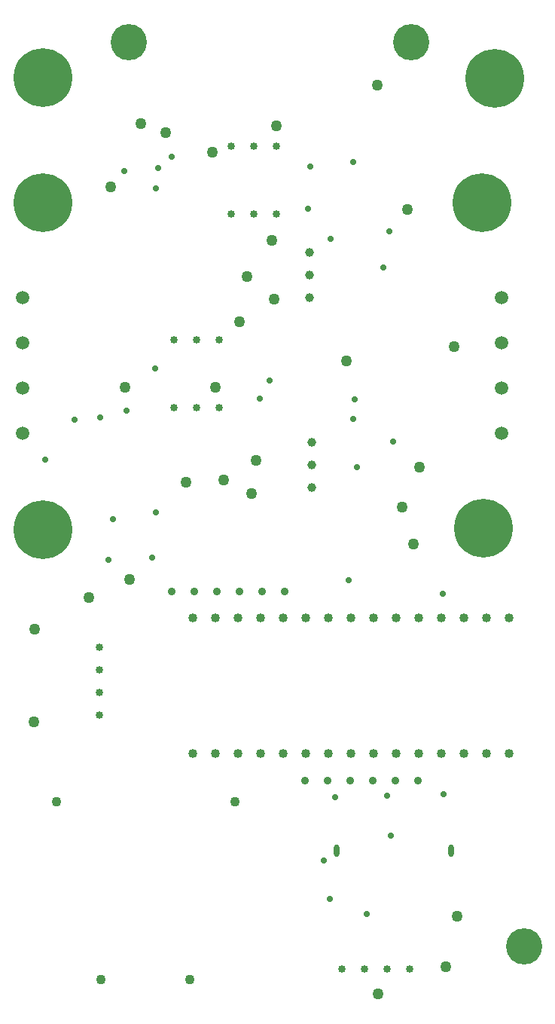
<source format=gbr>
%TF.GenerationSoftware,Altium Limited,Altium Designer,23.4.1 (23)*%
G04 Layer_Color=0*
%FSLAX26Y26*%
%MOIN*%
%TF.SameCoordinates,99C6BA0F-0D9B-4297-A223-D59900673BD4*%
%TF.FilePolarity,Positive*%
%TF.FileFunction,Plated,1,4,PTH,Drill*%
%TF.Part,Single*%
G01*
G75*
%TA.AperFunction,ComponentDrill*%
%ADD71C,0.050000*%
%ADD72C,0.050000*%
%ADD73C,0.059055*%
%TA.AperFunction,OtherDrill,Pad Free-3 (6100mil,3900mil)*%
%ADD74C,0.160000*%
%TA.AperFunction,OtherDrill,Pad Free-3 (5600mil,7900mil)*%
%ADD75C,0.160000*%
%TA.AperFunction,OtherDrill,Pad Free-3 (4350mil,7900mil)*%
%ADD76C,0.160000*%
%TA.AperFunction,ComponentDrill*%
%ADD77C,0.040000*%
%ADD78C,0.259842*%
%ADD79C,0.033465*%
%ADD80O,0.023622X0.055118*%
%ADD81C,0.033465*%
%ADD82C,0.035433*%
%ADD83C,0.043307*%
%ADD84C,0.039370*%
%TA.AperFunction,ViaDrill,NotFilled*%
%ADD85C,0.028000*%
D71*
X4770000Y5965000D02*
D03*
X3935000Y5305000D02*
D03*
X4175000Y5445000D02*
D03*
X5455000Y3690000D02*
D03*
X4895000Y5905000D02*
D03*
X5805000Y4035000D02*
D03*
X4735000Y6375000D02*
D03*
X5755000Y3810000D02*
D03*
X5450000Y7710000D02*
D03*
X5790000Y6555000D02*
D03*
X5560000Y5845000D02*
D03*
X4995000Y6765000D02*
D03*
X5005000Y7530000D02*
D03*
X4985000Y7025000D02*
D03*
X4840000Y6665000D02*
D03*
D72*
X4915000Y6050000D02*
D03*
X4335000Y6375000D02*
D03*
X4605000Y5955000D02*
D03*
X4405000Y7540000D02*
D03*
X5610000Y5680000D02*
D03*
X3930000Y4895000D02*
D03*
X4515000Y7500000D02*
D03*
X4875000Y6865000D02*
D03*
X4720000Y7415000D02*
D03*
X5315000Y6490000D02*
D03*
X4270000Y7260000D02*
D03*
X5585000Y7160000D02*
D03*
X5637695Y6020000D02*
D03*
X4355000Y5525000D02*
D03*
D73*
X3880000Y6770000D02*
D03*
Y6170000D02*
D03*
Y6570000D02*
D03*
Y6370000D02*
D03*
X6000000D02*
D03*
Y6570000D02*
D03*
Y6770000D02*
D03*
Y6170000D02*
D03*
D74*
X6100000Y3900000D02*
D03*
D75*
X5600000Y7900000D02*
D03*
D76*
X4350000D02*
D03*
D77*
X4736221Y4755000D02*
D03*
X4836221D02*
D03*
X5236221D02*
D03*
X5536221D02*
D03*
X5636221D02*
D03*
X5736221D02*
D03*
X5836221D02*
D03*
X6036221Y5355000D02*
D03*
X5936221D02*
D03*
X5836221D02*
D03*
X5436221D02*
D03*
X5336221D02*
D03*
X5236221D02*
D03*
X5036221D02*
D03*
X4636221D02*
D03*
X4736221D02*
D03*
X5636221D02*
D03*
X5536221D02*
D03*
X4636221Y4755000D02*
D03*
X4836221Y5355000D02*
D03*
X4936221D02*
D03*
X5136221D02*
D03*
X4936221Y4755000D02*
D03*
X5036221D02*
D03*
X5336221D02*
D03*
X5436221D02*
D03*
X5136221D02*
D03*
X6036221D02*
D03*
X5936221D02*
D03*
X5736221Y5355000D02*
D03*
D78*
X3970000Y5745000D02*
D03*
Y7190000D02*
D03*
X5970000Y7740000D02*
D03*
X3970000Y7745000D02*
D03*
X5915000Y7190000D02*
D03*
X5920000Y5750000D02*
D03*
D79*
X4550000Y6585000D02*
D03*
X4650000Y6285000D02*
D03*
X4750000D02*
D03*
Y6585000D02*
D03*
X4550000Y6285000D02*
D03*
X4650000Y6585000D02*
D03*
X4220748Y4923425D02*
D03*
Y5123425D02*
D03*
X4905000Y7440000D02*
D03*
X4220748Y5223425D02*
D03*
Y5023425D02*
D03*
X4805000Y7140000D02*
D03*
X5005000Y7440000D02*
D03*
Y7140000D02*
D03*
X4805000Y7440000D02*
D03*
X4905000Y7140000D02*
D03*
D80*
X5776969Y4325000D02*
D03*
X5273031D02*
D03*
D81*
X5295000Y3801850D02*
D03*
X5495000D02*
D03*
X5395000D02*
D03*
X5595000D02*
D03*
D82*
X4640000Y5470000D02*
D03*
X5630000Y4635000D02*
D03*
X5530000D02*
D03*
X4540000Y5470000D02*
D03*
X5430000Y4635000D02*
D03*
X5330000D02*
D03*
X4840000Y5470000D02*
D03*
X4940000D02*
D03*
X4740000D02*
D03*
X5040000D02*
D03*
X5130000Y4635000D02*
D03*
X5230000D02*
D03*
D83*
X4623150Y3752598D02*
D03*
X4820000Y4540000D02*
D03*
X4032598D02*
D03*
X4229449Y3752598D02*
D03*
D84*
X5150000Y6870000D02*
D03*
X5160000Y6030000D02*
D03*
X5150000Y6770000D02*
D03*
X5160000Y5930000D02*
D03*
X5150000Y6970000D02*
D03*
X5160000Y6130000D02*
D03*
D85*
X4225000Y6240000D02*
D03*
X5325355Y5519645D02*
D03*
X5740000Y5460000D02*
D03*
X4340000Y6270000D02*
D03*
X5510000Y4390000D02*
D03*
X5155000Y7350000D02*
D03*
X3980000Y6055000D02*
D03*
X4455000Y5620000D02*
D03*
X4470000Y5820000D02*
D03*
X5350000Y6320000D02*
D03*
X4468849Y6457288D02*
D03*
X4280000Y5790000D02*
D03*
X5745000Y4575000D02*
D03*
X5405000Y4045000D02*
D03*
X5215000Y4280000D02*
D03*
X5245000Y7030000D02*
D03*
X5505000Y7065000D02*
D03*
X4976075Y6403925D02*
D03*
X5345000Y6235000D02*
D03*
X5520000Y6135000D02*
D03*
X5240000Y4110000D02*
D03*
X4330000Y7330000D02*
D03*
X4470000Y7255000D02*
D03*
X4480000Y7345000D02*
D03*
X4540000Y7395000D02*
D03*
X4110000Y6230000D02*
D03*
X4930000Y6325000D02*
D03*
X4260000Y5609261D02*
D03*
X5265000Y4560000D02*
D03*
X5494557Y4568065D02*
D03*
X5479227Y6903154D02*
D03*
X5345000Y7370000D02*
D03*
X5145000Y7165000D02*
D03*
X5360000Y6020000D02*
D03*
%TF.MD5,bf6803ad004a64ae5ca75e4e9fd65048*%
M02*

</source>
